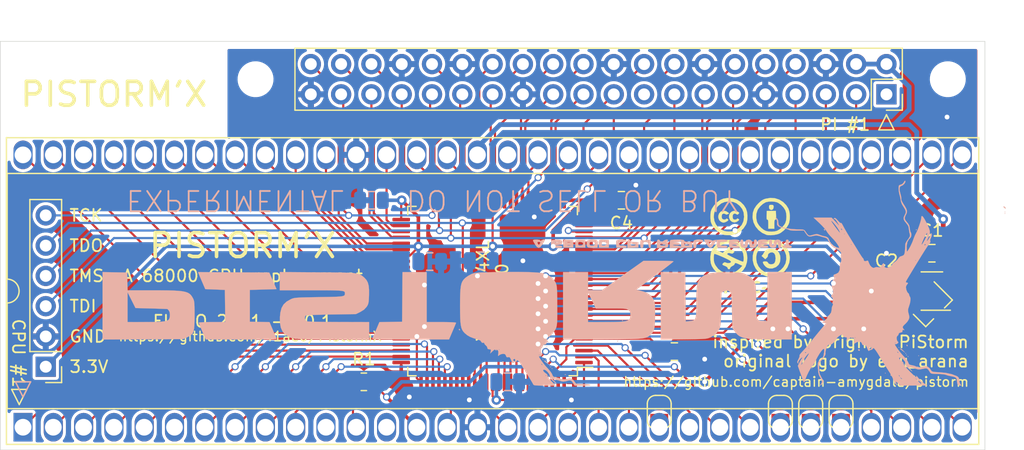
<source format=kicad_pcb>
(kicad_pcb (version 20211014) (generator pcbnew)
  (title_block (title "Pistorm'X") (date "2021-07-27") (rev "0.1") (company "FLACO") (comment 1 "Pistorm adapter board with Xilinx CPLD"))
  (layers (0 "F.Cu" signal) (31 "B.Cu" signal) (34 "B.Paste" user) (35 "F.Paste" user) (36 "B.SilkS" user "B.Silkscreen") (37 "F.SilkS" user "F.Silkscreen") (38 "B.Mask" user) (39 "F.Mask" user) (44 "Edge.Cuts" user))
  (net 0 "")
  (net 1 "GND")
  (net 2 "+5V")
  (net 3 "+3V3")
  (net 4 "/D5")
  (net 5 "/A4")
  (net 6 "/D6")
  (net 7 "/A3")
  (net 8 "/D7")
  (net 9 "/A2")
  (net 10 "/D8")
  (net 11 "/A1")
  (net 12 "/D9")
  (net 13 "/FC0")
  (net 14 "/D10")
  (net 15 "/FC1")
  (net 16 "/D11")
  (net 17 "/FC2")
  (net 18 "/D12")
  (net 19 "/_IPL0")
  (net 20 "/D13")
  (net 21 "/_IPL1")
  (net 22 "/D14")
  (net 23 "/_IPL2")
  (net 24 "/D15")
  (net 25 "/BERR")
  (net 26 "/_VPA")
  (net 27 "/A23")
  (net 28 "/E")
  (net 29 "/A22")
  (net 30 "/_VMA")
  (net 31 "/A21")
  (net 32 "/_RST")
  (net 33 "/_HALT")
  (net 34 "/A20")
  (net 35 "/A19")
  (net 36 "/CLK7")
  (net 37 "/A18")
  (net 38 "/A17")
  (net 40 "/A16")
  (net 41 "Net-(J1-Pad12)")
  (net 42 "/A15")
  (net 44 "/A14")
  (net 45 "/_DTACK")
  (net 46 "/A13")
  (net 47 "/RW")
  (net 48 "/A12")
  (net 49 "/_LDS")
  (net 50 "/A11")
  (net 51 "/_UDS")
  (net 52 "/A10")
  (net 53 "/_AS")
  (net 54 "/A9")
  (net 55 "/D0")
  (net 56 "/A8")
  (net 57 "/D1")
  (net 58 "/A7")
  (net 59 "/D2")
  (net 60 "/A6")
  (net 61 "/D3")
  (net 62 "/A5")
  (net 63 "/D4")
  (net 64 "/SD13")
  (net 65 "/SD12")
  (net 66 "/TCK")
  (net 67 "/SD8")
  (net 68 "/SD11")
  (net 69 "/SD5")
  (net 70 "/SD4")
  (net 71 "/PI_RD")
  (net 72 "/PI_RESET")
  (net 73 "/PI_IPL_0")
  (net 74 "/PI_TXN_IN_PROCESS")
  (net 75 "/PI_WR")
  (net 76 "/SD0")
  (net 77 "/SD3")
  (net 78 "/TDO")
  (net 79 "/SD1")
  (net 80 "/SD2")
  (net 81 "/TMS")
  (net 82 "Net-(J2-Pad1)")
  (net 83 "/SD15")
  (net 84 "/SD14")
  (net 85 "/TDI")
  (net 86 "/SD10")
  (net 87 "/SD9")
  (net 88 "/SD7")
  (net 89 "/SD6")
  (net 90 "/PI_CLK")
  (net 91 "/PI_A1")
  (net 92 "/PI_A0")
  (net 93 "/FC0-")
  (net 94 "/FC1-")
  (net 95 "/FC2-")
  (net 96 "/BERR-")
  (footprint "Capacitor_SMD:C_0805_2012Metric" (layer "F.Cu") (at 205.105 105.41)
    (fp_text reference "C4")
    (fp_text value "100n")
  )
  (footprint "Connector_PinSocket_2.54mm:PinSocket_2x20_P2.54mm_Vertical" (layer "F.Cu") (at 227.33 96.52 -90)
    (fp_text reference "J2" hide)
    (fp_text value "Raspberry_Pi_2_3")
  )
  (footprint "Connector_PinHeader_2.54mm:PinHeader_1x06_P2.54mm_Vertical" (layer "F.Cu") (at 156.845 119.38 180)
    (fp_text reference "J3" hide)
    (fp_text value "PROG")
  )
  (footprint "Resistor_SMD:R_0805_2012Metric" (layer "F.Cu") (at 183.515 120.65 180)
    (fp_text reference "R1")
    (fp_text value "10k")
  )
  (footprint "MountingHole:MountingHole_2.5mm" (layer "F.Cu") (at 174.4345 95.25)
    (fp_text reference "H2" hide)
    (fp_text value "MountingHole")
  )
  (footprint "MountingHole:MountingHole_2.5mm" (layer "F.Cu") (at 232.4735 95.25)
    (fp_text reference "H1" hide)
    (fp_text value "MountingHole")
  )
  (footprint "Package_QFP:TQFP-100_14x14mm_P0.5mm" (layer "F.Cu") (at 194.31 113.03 180)
    (fp_text reference "U1" hide)
    (fp_text value "XC95144XL-TQ100")
  )
  (footprint "Capacitor_SMD:C_0805_2012Metric" (layer "F.Cu") (at 231.14 109.855 180)
    (fp_text reference "C1")
    (fp_text value "10u")
  )
  (footprint "Sassa:DIP-64_W22.86mm_BigPads1.4" (layer "F.Cu") (at 154.94 124.46 90)
    (fp_text reference "J1" hide)
    (fp_text value "68000D socket")
  )
  (footprint "Package_TO_SOT_SMD:SOT-23-5" (layer "F.Cu") (at 231.14 113.03 180)
    (fp_text reference "U2" hide)
    (fp_text value "SPX3819M5-L-3-3")
  )
  (footprint "Capacitor_SMD:C_0805_2012Metric" (layer "F.Cu") (at 209.55 118.11)
    (fp_text reference "C3")
    (fp_text value "100n")
  )
  (footprint "Package_TO_SOT_SMD:SOT-23" (layer "F.Cu") (at 231.2035 114.3635 -45)
    (fp_text reference "U3" hide)
    (fp_text value "XC6206PxxxMR")
  )
  (footprint "Capacitor_SMD:C_0805_2012Metric" (layer "F.Cu") (at 227.33 113.03 90)
    (fp_text reference "C2")
    (fp_text value "10u")
  )
  (footprint "Jumper:SolderJumper-2_P1.3mm_Open_RoundedPad1.0x1.5mm" (layer "F.Cu") (at 223.52 123.19 -90)
    (fp_text reference "JP2" hide)
    (fp_text value "FC0")
  )
  (footprint "Jumper:SolderJumper-2_P1.3mm_Open_RoundedPad1.0x1.5mm" (layer "F.Cu") (at 220.98 123.19 -90)
    (fp_text reference "JP3" hide)
    (fp_text value "FC1")
  )
  (footprint "Jumper:SolderJumper-2_P1.3mm_Open_RoundedPad1.0x1.5mm" (layer "F.Cu") (at 218.44 123.19 -90)
    (fp_text reference "JP4" hide)
    (fp_text value "FC2")
  )
  (footprint "Jumper:SolderJumper-2_P1.3mm_Open_RoundedPad1.0x1.5mm" (layer "F.Cu") (at 208.28 123.19 -90)
    (fp_text reference "JP5" hide)
    (fp_text value "BERR")
  )
  (footprint "Sassa:CC_BY_NC_SA_square_silkscreen" (layer "F.Cu") (at 215.9 109.22)
    (fp_text reference "FID2" hide)
    (fp_text value "License" hide)
  )
  (footprint "Capacitor_SMD:C_0805_2012Metric" (layer "B.Cu") (at 184.15 105.41 180)
    (fp_text reference "C5" hide)
    (fp_text value "100n")
  )
  (footprint "Capacitor_SMD:C_0805_2012Metric" (layer "B.Cu") (at 193.3575 110.49 180)
    (fp_text reference "C7" hide)
    (fp_text value "100n")
  )
  (footprint "Capacitor_SMD:C_0805_2012Metric" (layer "B.Cu") (at 189.0395 110.5535)
    (fp_text reference "C8" hide)
    (fp_text value "100n")
  )
  (footprint "Capacitor_SMD:C_0805_2012Metric" (layer "B.Cu") (at 195.58 120.65)
    (fp_text reference "C6" hide)
    (fp_text value "100n")
  )
  (footprint "Sassa:PistormX" (layer "B.Cu") (at 194.945 111.76)
    (fp_text reference "FID1" hide)
    (fp_text value "Logo" hide)
  )
  (gr_line (start 154.305 120.65) (end 154.94 121.92) (layer "B.SilkS") (width 0.12))
  (gr_line (start 154.94 121.92) (end 155.575 120.65) (layer "B.SilkS") (width 0.12))
  (gr_line (start 155.575 120.65) (end 154.305 120.65) (layer "B.SilkS") (width 0.12))
  (gr_line (start 227.965 99.5045) (end 227.33 98.2345) (layer "F.SilkS") (width 0.12))
  (gr_line (start 155.2575 121.285) (end 153.9875 121.285) (layer "F.SilkS") (width 0.12))
  (gr_line (start 153.9875 121.285) (end 154.6225 122.555) (layer "F.SilkS") (width 0.12))
  (gr_line (start 226.695 99.5045) (end 227.965 99.5045) (layer "F.SilkS") (width 0.12))
  (gr_line (start 154.6225 122.555) (end 155.2575 121.285) (layer "F.SilkS") (width 0.12))
  (gr_line (start 227.33 98.2345) (end 226.695 99.5045) (layer "F.SilkS") (width 0.12))
  (gr_line (start 153.035 126.365) (end 235.585 126.365) (layer "Edge.Cuts") (width 0.05))
  (gr_line (start 235.585 126.365) (end 235.585 92.075) (layer "Edge.Cuts") (width 0.05))
  (gr_line (start 235.585 92.075) (end 153.035 92.075) (layer "Edge.Cuts") (width 0.05))
  (gr_line (start 153.035 92.075) (end 153.035 126.365) (layer "Edge.Cuts") (width 0.05))
  (gr_text "EXPERIMENTAL    DO NOT SELL OR BUY" (at 189.23 105.41 180) (layer "B.SilkS") (effects (font (size 1.7 1.7)) (justify mirror)))
  (gr_text "inspired by original PiStorm\noriginal logo by edu_arana" (at 234.315 118.11) (layer "F.SilkS") (effects (font (size 1 1)) (justify right)))
  (gr_text "CPU #1" (at 154.559 121.2215 -90) (layer "F.SilkS") (effects (font (size 1 1)) (justify right)))
  (gr_text "PI #1" (at 226.06 99.06) (layer "F.SilkS") (effects (font (size 1 1)) (justify right)))
  (gr_text "https://github.com/f1ac0/PistormX" (at 173.99 116.84) (layer "F.SilkS") (effects (font (size 0.8 0.8) (thickness 0.12))))
  (gr_text "https://github.com/captain-amygdala/pistorm" (at 234.315 120.65) (layer "F.SilkS") (effects (font (size 0.8 0.8) (thickness 0.12)) (justify right)))
  (gr_text "TCK" (at 158.75 106.68) (layer "F.SilkS") (effects (font (size 1 1)) (justify left)))
  (gr_text "TDO" (at 158.75 109.22) (layer "F.SilkS") (effects (font (size 1 1)) (justify left)))
  (gr_text "XC95144XL\nTQ100" (at 194.31 113.03 90) (layer "F.SilkS") (effects (font (size 1 1))))
  (gr_text "TDI" (at 158.75 114.3) (layer "F.SilkS") (effects (font (size 1 1)) (justify left)))
  (gr_text "3.3V" (at 158.75 119.38) (layer "F.SilkS") (effects (font (size 1 1)) (justify left)))
  (gr_text "FLACO 2021 - v0.1" (at 180.975 115.57) (layer "F.SilkS") (effects (font (size 1 1)) (justify right)))
  (gr_text "PISTORM'X" (at 162.56 96.52) (layer "F.SilkS") (effects (font (size 2 2) (thickness 0.3))))
  (gr_text "TMS" (at 158.75 111.76) (layer "F.SilkS") (effects (font (size 1 1)) (justify left)))
  (gr_text "GND" (at 158.75 116.84) (layer "F.SilkS") (effects (font (size 1 1)) (justify left)))
  (gr_text "PISTORM'X" (at 173.355 109.22) (layer "F.SilkS") (effects (font (size 2 2) (thickness 0.3))))
  (gr_text "A 68000 CPU replacement" (at 173.355 111.76) (layer "F.SilkS") (effects (font (size 1 1))))
  (segment (start 230.19 109.855) (end 231.168145 110.833145) (width 0.4) (layer "F.Cu") (net 1))
  (segment (start 231.168145 110.833145) (end 231.168145 112.984642) (width 0.4) (layer "F.Cu") (net 1))
  (segment (start 231.213503 113.03) (end 231.168145 112.984642) (width 0.4) (layer "F.Cu") (net 1))
  (segment (start 232.24 113.03) (end 231.213503 113.03) (width 0.4) (layer "F.Cu") (net 1))
  (segment (start 206.055 104.405) (end 206.32 104.14) (width 0.18) (layer "F.Cu") (net 1))
  (segment (start 188.5795 116.03) (end 188.595 116.0145) (width 0.18) (layer "F.Cu") (net 1))
  (segment (start 201.9725 109.03) (end 200.85 109.03) (width 0.18) (layer "F.Cu") (net 1))
  (segment (start 192.31 120.6925) (end 192.31 122.119192) (width 0.18) (layer "F.Cu") (net 1))
  (segment (start 210.5 118.11) (end 211.455 118.11) (width 0.3) (layer "F.Cu") (net 1))
  (segment (start 200.66 121.92) (end 200.914 122.174) (width 0.18) (layer "F.Cu") (net 1))
  (segment (start 192.078102 106.39501) (end 193.04 107.356908) (width 0.18) (layer "F.Cu") (net 1))
  (segment (start 206.055 105.41) (end 206.055 104.405) (width 0.18) (layer "F.Cu") (net 1))
  (segment (start 191.583806 106.39501) (end 192.078102 106.39501) (width 0.18) (layer "F.Cu") (net 1))
  (segment (start 197.81 106.799502) (end 197.8025 106.807002) (width 0.18) (layer "F.Cu") (net 1))
  (segment (start 193.04 107.356908) (end 193.04 111.76) (width 0.18) (layer "F.Cu") (net 1))
  (segment (start 199.39 110.49) (end 196.85 110.49) (width 0.18) (layer "F.Cu") (net 1))
  (segment (start 186.6475 116.03) (end 188.5795 116.03) (width 0.18) (layer "F.Cu") (net 1))
  (segment (start 200.31 120.6925) (end 200.31 121.57) (width 0.18) (layer "F.Cu") (net 1))
  (segment (start 200.31 121.57) (end 200.66 121.92) (width 0.18) (layer "F.Cu") (net 1))
  (segment (start 200.85 109.03) (end 199.39 110.49) (width 0.18) (layer "F.Cu") (net 1))
  (segment (start 191.31 105.3675) (end 191.31 106.121204) (width 0.18) (layer "F.Cu") (net 1))
  (segment (start 186.6475 119.03) (end 186.6475 121.242504) (width 0.18) (layer "F.Cu") (net 1))
  (segment (start 186.6475 112.53) (end 188.586998 112.53) (width 0.18) (layer "F.Cu") (net 1))
  (segment (start 188.586998 112.53) (end 188.594998 112.522) (width 0.18) (layer "F.Cu") (net 1))
  (segment (start 197.81 105.3675) (end 197.81 106.799502) (width 0.18) (layer "F.Cu") (net 1))
  (segment (start 192.31 122.119192) (end 192.357404 122.166596) (width 0.18) (layer "F.Cu") (net 1))
  (segment (start 211.455 118.11) (end 212.09 118.745) (width 0.3) (layer "F.Cu") (net 1))
  (segment (start 186.6475 121.242504) (end 187.324996 121.92) (width 0.18) (layer "F.Cu") (net 1))
  (segment (start 191.31 106.121204) (end 191.583806 106.39501) (width 0.18) (layer "F.Cu") (net 1))
  (via (at 227.33 109.855) (size 0.8) (drill 0.4) (layers "F.Cu" "B.Cu") (net 1))
  (via (at 193.04 111.76) (size 0.8) (drill 0.4) (layers "F.Cu" "B.Cu") (net 1))
  (via (at 206.32 104.14) (size 0.8) (drill 0.4) (layers "F.Cu" "B.Cu") (net 1))
  (via (at 197.8025 106.807002) (size 0.8) (drill 0.4) (layers "F.Cu" "B.Cu") (net 1))
  (via (at 188.594998 112.522) (size 0.8) (drill 0.4) (layers "F.Cu" "B.Cu") (net 1))
  (via (at 192.357404 122.166596) (size 0.8) (drill 0.4) (layers "F.Cu" "B.Cu") (net 1))
  (via (at 200.914 122.174) (size 0.8) (drill 0.4) (layers "F.Cu" "B.Cu") (net 1))
  (via (at 196.85 110.49) (size 0.8) (drill 0.4) (layers "F.Cu" "B.Cu") (net 1))
  (via (at 188.595 116.0145) (size 0.8) (drill 0.4) (layers "F.Cu" "B.Cu") (net 1))
  (via (at 187.324996 121.92) (size 0.8) (drill 0.4) (layers "F.Cu" "B.Cu") (net 1))
  (via (at 232.41 98.425) (size 0.8) (drill 0.4) (layers "F.Cu" "B.Cu") (net 1))
  (via (at 212.09 118.745) (size 0.8) (drill 0.4) (layers "F.Cu" "B.Cu") (net 1))
  (segment (start 233.170001 112.384999) (end 233.170001 113.539999) (width 0.4) (layer "F.Cu") (net 2))
  (segment (start 232.24 112.08) (end 232.24 110.005) (width 0.4) (layer "F.Cu") (net 2))
  (segment (start 233.170001 113.539999) (end 232.73 113.98) (width 0.4) (layer "F.Cu") (net 2))
  (segment (start 232.24 112.08) (end 232.865002 112.08) (width 0.4) (layer "F.Cu") (net 2))
  (segment (start 232.24 113.98) (end 232.24 114.741214) (width 0.4) (layer "F.Cu") (net 2))
  (segment (start 232.24 110.005) (end 232.09 109.855) (width 0.4) (layer "F.Cu") (net 2))
  (segment (start 232.73 113.98) (end 232.24 113.98) (width 0.4) (layer "F.Cu") (net 2))
  (segment (start 232.24 114.741214) (end 231.910607 115.070607) (width 0.4) (layer "F.Cu") (net 2))
  (segment (start 232.865002 112.08) (end 233.170001 112.384999) (width 0.4) (layer "F.Cu") (net 2))
  (segment (start 187.96 124.46) (end 185.42 121.92) (width 0.3) (layer "F.Cu") (net 2))
  (segment (start 231.627764 115.35345) (end 217.38655 115.35345) (width 0.3) (layer "F.Cu") (net 2))
  (segment (start 232.09 109.855) (end 232.09 106.99501) (width 0.4) (layer "F.Cu") (net 2))
  (segment (start 184.4275 120.65) (end 184.4275 120.927494) (width 0.18) (layer "F.Cu") (net 2))
  (segment (start 217.38655 115.35345) (end 212.09 120.65) (width 0.3) (layer "F.Cu") (net 2))
  (segment (start 232.09 106.99501) (end 232.090005 106.995005) (width 0.3) (layer "F.Cu") (net 2))
  (segment (start 184.4275 120.927494) (end 185.42 121.919994) (width 0.18) (layer "F.Cu") (net 2))
  (segment (start 231.910607 115.070607) (end 231.627764 115.35345) (width 0.3) (layer "F.Cu") (net 2))
  (segment (start 185.42 121.92) (end 185.42 121.919994) (width 0.3) (layer "F.Cu") (net 2))
  (via (at 185.42 121.919994) (size 0.6) (drill 0.4) (layers "F.Cu" "B.Cu") (net 2))
  (via (at 212.09 120.65) (size 0.8) (drill 0.4) (layers "F.Cu" "B.Cu") (net 2))
  (via (at 232.090005 106.995005) (size 0.8) (drill 0.4) (layers "F.Cu" "B.Cu") (net 2))
  (segment (start 193.04 101.6) (end 193.04 100.965) (width 0.4) (layer "B.Cu") (net 2))
  (segment (start 193.04 100.965) (end 194.945 99.06) (width 0.4) (layer "B.Cu") (net 2))
  (segment (start 185.42 121.919994) (end 186.689994 120.65) (width 0.3) (layer "B.Cu") (net 2))
  (segment (start 227.965 99.06) (end 229.235 97.79) (width 0.4) (layer "B.Cu") (net 2))
  (segment (start 229.87 99.695) (end 229.87 104.775) (width 0.4) (layer "B.Cu") (net 2))
  (segment (start 193.683227 119.38) (end 197.485 119.38) (width 0.3) (layer "B.Cu") (net 2))
  (segment (start 197.485 119.38) (end 198.755 120.65) (width 0.3) (layer "B.Cu") (net 2))
  (segment (start 229.87 104.775) (end 232.090005 106.995005) (width 0.4) (layer "B.Cu") (net 2))
  (segment (start 194.945 99.06) (end 229.235 99.06) (width 0.4) (layer "B.Cu") (net 2))
  (segment (start 192.413227 120.65) (end 193.683227 119.38) (width 0.3) (layer "B.Cu") (net 2))
  (segment (start 198.755 120.65) (end 212.09 120.65) (width 0.3) (layer "B.Cu") (net 2))
  (segment (start 229.235 99.06) (end 229.87 99.695) (width 0.4) (layer "B.Cu") (net 2))
  (segment (start 229.235 95.885) (end 227.33 93.98) (width 0.4) (layer "B.Cu") (net 2))
  (segment (start 224.79 93.98) (end 227.33 93.98) (width 0.4) (layer "B.Cu") (net 2))
  (segment (start 186.689994 120.65) (end 192.413227 120.65) (width 0.3) (layer "B.Cu") (net 2))
  (segment (start 229.235 97.79) (end 229.235 95.885) (width 0.4) (layer "B.Cu") (net 2))
  (segment (start 230.04 114.112787) (end 229.824642 114.328145) (width 0.4) (layer "F.Cu") (net 3))
  (segment (start 226.06 113.03) (end 227.01 113.98) (width 0.3) (layer "F.Cu") (net 3))
  (segment (start 230.04 113.98) (end 227.33 113.98) (width 0.4) (layer "F.Cu") (net 3))
  (segment (start 227.01 113.98) (end 227.33 113.98) (width 0.3) (layer "F.Cu") (net 3))
  (segment (start 230.04 113.98) (end 230.04 114.112787) (width 0.4) (layer "F.Cu") (net 3))
  (segment (start 207.2 117.03) (end 201.9725 117.03) (width 0.18) (layer "F.Cu") (net 3))
  (segment (start 217.49 113.98) (end 227.33 113.98) (width 0.3) (layer "F.Cu") (net 3))
  (segment (start 194.31 120.6925) (end 194.31 121.8565) (width 0.18) (layer "F.Cu") (net 3))
  (segment (start 200.31 107.03) (end 199.39 107.95) (width 0.3) (layer "F.Cu") (net 3))
  (segment (start 208.6 118.11) (end 209.68 117.03) (width 0.3) (layer "F.Cu") (net 3))
  (segment (start 188.087 106.806992) (end 186.690008 105.41) (width 0.3) (layer "F.Cu") (net 3))
  (segment (start 194.31 105.3675) (end 194.31 109.275) (width 0.18) (layer "F.Cu") (net 3))
  (segment (start 201.93 105.41) (end 204.155 105.41) (width 0.3) (layer "F.Cu") (net 3))
  (segment (start 194.31 121.8565) (end 194.627502 122.174002) (width 0.18) (layer "F.Cu") (net 3))
  (segment (start 186.6475 107.03) (end 186.6475 105.452508) (width 0.18) (layer "F.Cu") (net 3))
  (segment (start 188.087 109.344204) (end 188.087 106.806992) (width 0.3) (layer "F.Cu") (net 3))
  (segment (start 201.93 105.41) (end 200.3525 105.41) (width 0.3) (layer "F.Cu") (net 3))
  (segment (start 187.401204 110.03) (end 188.087 109.344204) (width 0.18) (layer "F.Cu") (net 3))
  (segment (start 199.31 120.6925) (end 199.31 119.938796) (width 0.18) (layer "F.Cu") (net 3))
  (segment (start 198.582202 122.174002) (end 199.31 121.446204) (width 0.18) (layer "F.Cu") (net 3))
  (segment (start 200.492602 118.756194) (end 200.492602 117.734983) (width 0.18) (layer "F.Cu") (net 3))
  (segment (start 201.197585 117.03) (end 201.9725 117.03) (width 0.18) (layer "F.Cu") (net 3))
  (segment (start 199.31 119.938796) (end 200.492602 118.756194) (width 0.18) (layer "F.Cu") (net 3))
  (segment (start 208.6 118.11) (end 207.52 117.03) (width 0.18) (layer "F.Cu") (net 3))
  (segment (start 214.44 117.03) (end 217.49 113.98) (width 0.3) (layer "F.Cu") (net 3))
  (segment (start 209.68 117.03) (end 214.44 117.03) (width 0.3) (layer "F.Cu") (net 3))
  (segment (start 199.31 121.446204) (end 199.31 120.6925) (width 0.18) (layer "F.Cu") (net 3))
  (segment (start 199.39 107.95) (end 199.39 109.275) (width 0.3) (layer "F.Cu") (net 3))
  (segment (start 186.6475 105.452508) (end 186.690008 105.41) (width 0.18) (layer "F.Cu") (net 3))
  (segment (start 200.31 107.03) (end 201.93 105.41) (width 0.3) (layer "F.Cu") (net 3))
  (segment (start 207.52 117.03) (end 207.2 117.03) (width 0.18) (layer "F.Cu") (net 3))
  (segment (start 200.492602 117.734983) (end 201.197585 117.03) (width 0.18) (layer "F.Cu") (net 3))
  (segment (start 186.6475 110.03) (end 187.401204 110.03) (width 0.18) (layer "F.Cu") (net 3))
  (segment (start 194.627502 122.174002) (end 198.582202 122.174002) (width 0.18) (layer "F.Cu") (net 3))
  (segment (start 200.3525 105.41) (end 200.31 105.3675) (width 0.3) (layer "F.Cu") (net 3))
  (via (at 226.06 113.03) (size 0.8) (drill 0.4) (layers "F.Cu" "B.Cu") (net 3))
  (via (at 199.39 109.275) (size 0.8) (drill 0.4) (layers "F.Cu" "B.Cu") (net 3))
  (via (at 186.690008 105.41) (size 0.8) (drill 0.4) (layers "F.Cu" "B.Cu") (net 3))
  (via (at 194.6275 122.174) (size 0.8) (drill 0.4) (layers "F.Cu" "B.Cu") (net 3))
  (via (at 194.31 109.275) (size 0.8) (drill 0.4) (layers "F.Cu" "B.Cu") (net 3))
  (via (at 188.087 109.2835) (size 0.8) (drill 0.4) (layers "F.Cu" "B.Cu") (net 3))
  (segment (start 226.06 113.03) (end 226.06 113.03) (width 0.18) (layer "B.Cu") (net 3))
  (segment (start 222.305 109.275) (end 226.06 113.03) (width 0.3) (layer "B.Cu") (net 3))
  (segment (start 194.3075 110.49) (end 194.3075 109.2775) (width 0.3) (layer "B.Cu") (net 3))
  (segment (start 194.63 120.65) (end 194.63 122.1715) (width 0.3) (layer "B.Cu") (net 3))
  (segment (start 188.0955 109.275) (end 188.087 109.2835) (width 0.18) (layer "B.Cu") (net 3))
  (segment (start 194.365 109.275) (end 199.39 109.275) (width 0.3) (layer "B.Cu") (net 3))
  (segment (start 199.39 109.275) (end 222.305 109.275) (width 0.3) (layer "B.Cu") (net 3))
  (segment (start 185.1 105.41) (end 186.690008 105.41) (width 0.3) (layer "B.Cu") (net 3))
  (segment (start 194.365 109.275) (end 188.0955 109.275) (width 0.3) (layer "B.Cu") (net 3))
  (segment (start 194.3735 110.49) (end 194.365 110.4815) (width 0.3) (layer "B.Cu") (net 3))
  (segment (start 194.63 122.1715) (end 194.6275 122.174) (width 0.3) (layer "B.Cu") (net 3))
  (segment (start 188.087 110.551) (end 188.0895 110.5535) (width 0.3) (layer "B.Cu") (net 3))
  (segment (start 194.3075 109.2775) (end 194.31 109.275) (width 0.3) (layer "B.Cu") (net 3))
  (segment (start 166.9415 109.2835) (end 156.845 119.38) (width 0.3) (layer "B.Cu") (net 3))
  (segment (start 188.087 109.2835) (end 188.087 110.551) (width 0.3) (layer "B.Cu") (net 3))
  (segment (start 188.087 109.2835) (end 166.9415 109.2835) (width 0.3) (layer "B.Cu") (net 3))
  (segment (start 168.87 115.53) (end 154.94 101.6) (width 0.18) (layer "F.Cu") (net 4))
  (segment (start 186.6475 115.53) (end 168.87 115.53) (width 0.18) (layer "F.Cu") (net 4))
  (segment (start 193.81 120.6925) (end 193.81 116.705) (width 0.18) (layer "F.Cu") (net 5))
  (segment (start 233.68 124.46) (end 225.425 116.205) (width 0.18) (layer "F.Cu") (net 5))
  (segment (start 197.485 113.03) (end 198.755 113.03) (width 0.18) (layer "F.Cu") (net 5))
  (segment (start 193.81 116.705) (end 197.485 113.03) (width 0.18) (layer "F.Cu") (net 5))
  (via (at 225.425 116.205) (size 0.6) (drill 0.4) (layers "F.Cu" "B.Cu") (net 5))
  (via (at 198.755 113.03) (size 0.6) (drill 0.4) (layers "F.Cu" "B.Cu") (net 5))
  (segment (start 198.755 113.03) (end 222.25 113.03) (width 0.18) (layer "B.Cu") (net 5))
  (segment (start 222.25 113.03) (end 225.425 116.205) (width 0.18) (layer "B.Cu") (net 5))
  (segment (start 186.6475 115.03) (end 170.91 115.03) (width 0.18) (layer "F.Cu") (net 6))
  (segment (start 170.91 115.03) (end 157.48 101.6) (width 0.18) (layer "F.Cu") (net 6))
  (segment (start 194.81 116.34) (end 197.485 113.665) (width 0.18) (layer "F.Cu") (net 7))
  (segment (start 194.81 120.6925) (end 194.81 116.34) (width 0.18) (layer "F.Cu") (net 7))
  (segment (start 197.485 113.665) (end 198.12 113.665) (width 0.18) (layer "F.Cu") (net 7))
  (segment (start 231.14 124.46) (end 222.885 116.205) (width 0.18) (layer "F.Cu") (net 7))
  (via (at 222.885 116.205) (size 0.6) (drill 0.4) (layers "F.Cu" "B.Cu") (net 7))
  (via (at 198.12 113.665) (size 0.6) (drill 0.4) (layers "F.Cu" "B.Cu") (net 7))
  (segment (start 220.345 113.665) (end 222.885 116.205) (width 0.18) (layer "B.Cu") (net 7))
  (segment (start 198.12 113.665) (end 220.345 113.665) (width 0.18) (layer "B.Cu") (net 7))
  (segment (start 186.6475 114.53) (end 172.95 114.53) (width 0.18) (layer "F.Cu") (net 8))
  (segment (start 172.95 114.53) (end 160.02 101.6) (width 0.18) (layer "F.Cu") (net 8))
  (segment (start 195.31 120.6925) (end 195.31 116.756395) (width 0.18) (layer "F.Cu") (net 9))
  (segment (start 195.31 116.756395) (end 197.766395 114.3) (width 0.18) (layer "F.Cu") (net 9))
  (segment (start 197.766395 114.3) (end 198.755 114.3) (width 0.18) (layer "F.Cu") (net 9))
  (segment (start 228.6 124.46) (end 220.345 116.205) (width 0.18) (layer "F.Cu") (net 9))
  (via (at 198.755 114.3) (size 0.6) (drill 0.4) (layers "F.Cu" "B.Cu") (net 9))
  (via (at 220.345 116.205) (size 0.6) (drill 0.4) (layers "F.Cu" "B.Cu") (net 9))
  (segment (start 218.44 114.3) (end 220.345 116.205) (width 0.18) (layer "B.Cu") (net 9))
  (segment (start 198.755 114.3) (end 218.44 114.3) (width 0.18) (layer "B.Cu") (net 9))
  (segment (start 174.99 114.03) (end 162.56 101.6) (width 0.18) (layer "F.Cu") (net 10))
  (segment (start 186.6475 114.03) (end 174.99 114.03) (width 0.18) (layer "F.Cu") (net 10))
  (segment (start 195.81 116.820736) (end 197.695736 114.935) (width 0.18) (layer "F.Cu") (net 11))
  (segment (start 219.185 116.205) (end 219.075 116.205) (width 0.18) (layer "F.Cu") (net 11))
  (segment (start 226.06 124.46) (end 226.06 123.08) (width 0.18) (layer "F.Cu") (net 11))
  (segment (start 195.81 120.6925) (end 195.81 116.820736) (width 0.18) (layer "F.Cu") (net 11))
  (segment (start 226.06 123.08) (end 219.185 116.205) (width 0.18) (layer "F.Cu") (net 11))
  (segment (start 197.695736 114.935) (end 198.12 114.935) (width 0.18) (layer "F.Cu") (net 11))
  (via (at 219.075 116.205) (size 0.6) (drill 0.4) (layers "F.Cu" "B.Cu") (net 11))
  (via (at 198.12 114.935) (size 0.6) (drill 0.4) (layers "F.Cu" "B.Cu") (net 11))
  (segment (start 217.805 114.935) (end 219.075 116.205) (width 0.18) (layer "B.Cu") (net 11))
  (segment (start 198.12 114.935) (end 217.805 114.935) (width 0.18) (layer "B.Cu") (net 11))
  (segment (start 186.6475 113.53) (end 177.03 113.53) (width 0.18) (layer "F.Cu") (net 12))
  (segment (start 177.03 113.53) (end 165.1 101.6) (width 0.18) (layer "F.Cu") (net 12))
  (segment (start 179.07 113.03) (end 167.64 101.6) (width 0.18) (layer "F.Cu") (net 14))
  (segment (start 186.6475 113.03) (end 179.07 113.03) (width 0.18) (layer "F.Cu") (net 14))
  (segment (start 186.6475 112.03) (end 180.61 112.03) (width 0.18) (layer "F.Cu") (net 16))
  (segment (start 180.61 112.03) (end 170.18 101.6) (width 0.18) (layer "F.Cu") (net 16))
  (segment (start 186.6475 111.53) (end 182.65 111.53) (width 0.18) (layer "F.Cu") (net 18))
  (segment (start 182.65 111.53) (end 172.72 101.6) (width 0.18) (layer "F.Cu") (net 18))
  (segment (start 212.725 122.555) (end 209.55 119.38) (width 0.18) (layer "F.Cu") (net 19))
  (segment (start 215.9 124.46) (end 213.995 122.555) (width 0.18) (layer "F.Cu") (net 19))
  (segment (start 198.81 119.325) (end 199.39 118.745) (width 0.18) (layer "F.Cu") (net 19))
  (segment (start 198.81 120.6925) (end 198.81 119.325) (width 0.18) (layer "F.Cu") (net 19))
  (segment (start 213.995 122.555) (end 212.725 122.555) (width 0.18) (layer "F.Cu") (net 19))
  (via (at 209.55 119.38) (size 0.6) (drill 0.4) (layers "F.Cu" "B.Cu") (net 19))
  (via (at 199.39 118.745) (size 0.6) (drill 0.4) (layers "F.Cu" "B.Cu") (net 19))
  (segment (start 199.39 118.745) (end 200.025 119.38) (width 0.18) (layer "B.Cu") (net 19))
  (segment (start 200.025 119.38) (end 209.55 119.38) (width 0.18) (layer "B.Cu") (net 19))
  (segment (start 175.26 102.065994) (end 175.26 101.6) (width 0.18) (layer "F.Cu") (net 20))
  (segment (start 184.224006 111.03) (end 175.26 102.065994) (width 0.18) (layer "F.Cu") (net 20))
  (segment (start 186.6475 111.03) (end 184.224006 111.03) (width 0.18) (layer "F.Cu") (net 20))
  (segment (start 198.31 118.555) (end 198.755 118.11) (width 0.18) (layer "F.Cu") (net 21))
  (segment (start 213.128058 124.46) (end 207.095558 118.4275) (width 0.18) (layer "F.Cu") (net 21))
  (segment (start 213.36 124.46) (end 213.128058 124.46) (width 0.18) (layer "F.Cu") (net 21))
  (segment (start 198.31 120.6925) (end 198.31 118.555) (width 0.18) (layer "F.Cu") (net 21))
  (via (at 207.095558 118.4275) (size 0.6) (drill 0.4) (layers "F.Cu" "B.Cu") (net 21))
  (via (at 198.755 118.11) (size 0.6) (drill 0.4) (layers "F.Cu" "B.Cu") (net 21))
  (segment (start 199.916104 118.4275) (end 207.095558 118.4275) (width 0.18) (layer "B.Cu") (net 21))
  (segment (start 198.755 118.11) (end 199.598604 118.11) (width 0.18) (layer "B.Cu") (net 21))
  (segment (start 199.598604 118.11) (end 199.916104 118.4275) (width 0.18) (layer "B.Cu") (net 21))
  (segment (start 177.8 104.096863) (end 177.8 101.6) (width 0.18) (layer "F.Cu") (net 22))
  (segment (start 184.233137 110.53) (end 177.8 104.096863) (width 0.18) (layer "F.Cu") (net 22))
  (segment (start 186.6475 110.53) (end 184.233137 110.53) (width 0.18) (layer "F.Cu") (net 22))
  (segment (start 197.81 117.785) (end 198.12 117.475) (width 0.18) (layer "F.Cu") (net 23))
  (segment (start 205.722499 118.092499) (end 205.4225 117.7925) (width 0.18) (layer "F.Cu") (net 23))
  (segment (start 197.81 120.6925) (end 197.81 117.785) (width 0.18) (layer "F.Cu") (net 23))
  (segment (start 210.82 123.19) (end 205.722499 118.092499) (width 0.18) (layer "F.Cu") (net 23))
  (segment (start 210.82 124.46) (end 210.82 123.19) (width 0.18) (layer "F.Cu") (net 23))
  (via (at 198.12 117.475) (size 0.6) (drill 0.4) (layers "F.Cu" "B.Cu") (net 23))
  (via (at 205.4225 117.7925) (size 0.6) (drill 0.4) (layers "F.Cu" "B.Cu") (net 23))
  (segment (start 205.105 117.475) (end 205.4225 117.7925) (width 0.18) (layer "B.Cu") (net 23))
  (segment (start 198.12 117.475) (end 205.105 117.475) (width 0.18) (layer "B.Cu") (net 23))
  (segment (start 183.742268 109.53) (end 180.34 106.127732) (width 0.18) (layer "F.Cu") (net 24))
  (segment (start 180.34 106.127732) (end 180.34 101.6) (width 0.18) (layer "F.Cu") (net 24))
  (segment (start 186.6475 109.53) (end 183.742268 109.53) (width 0.18) (layer "F.Cu") (net 24))
  (segment (start 203.12 118.03) (end 205.74 120.65) (width 0.18) (layer "F.Cu") (net 26))
  (segment (start 205.74 120.65) (end 205.74 124.46) (width 0.18) (layer "F.Cu") (net 26))
  (segment (start 201.9725 118.03) (end 203.12 118.03) (width 0.18) (layer "F.Cu") (net 26))
  (segment (start 185.42 101.6) (end 185.42 107.056204) (width 0.18) (layer "F.Cu") (net 27))
  (segment (start 185.893796 107.53) (end 186.6475 107.53) (width 0.18) (layer "F.Cu") (net 27))
  (segment (start 185.42 107.056204) (end 185.893796 107.53) (width 0.18) (layer "F.Cu") (net 27))
  (segment (start 203.2 118.88854) (end 203.2 124.46) (width 0.18) (layer "F.Cu") (net 28))
  (segment (start 201.9725 118.53) (end 202.84146 118.53) (width 0.18) (layer "F.Cu") (net 28))
  (segment (start 202.84146 118.53) (end 203.2 118.88854) (width 0.18) (layer "F.Cu") (net 28))
  (segment (start 187.96 102.29208) (end 187.96 101.6) (width 0.18) (layer "F.Cu") (net 29))
  (segment (start 190.31 105.3675) (end 190.31 104.64208) (width 0.18) (layer "F.Cu") (net 29))
  (segment (start 190.31 104.64208) (end 187.96 102.29208) (width 0.18) (layer "F.Cu") (net 29))
  (segment (start 201.9725 119.03) (end 201.9725 122.5125) (width 0.18) (layer "F.Cu") (net 30))
  (segment (start 201.9725 122.5125) (end 200.66 123.825) (width 0.18) (layer "F.Cu") (net 30))
  (segment (start 200.66 123.825) (end 200.66 124.46) (width 0.18) (layer "F.Cu") (net 30))
  (segment (start 192.81 104.32977) (end 192.81 105.3675) (width 0.18) (layer "F.Cu") (net 31))
  (segment (start 190.5 101.6) (end 190.5 102.01977) (width 0.18) (layer "F.Cu") (net 31))
  (segment (start 190.5 102.01977) (end 192.81 104.32977) (width 0.18) (layer "F.Cu") (net 31))
  (segment (start 198.12 124.1425) (end 198.12 124.46) (width 0.18) (layer "F.Cu") (net 32))
  (segment (start 199.81 120.6925) (end 199.81 122.4525) (width 0.18) (layer "F.Cu") (net 32))
  (segment (start 199.81 122.4525) (end 198.12 124.1425) (width 0.18) (layer "F.Cu") (net 32))
  (segment (start 192.0875 122.8725) (end 193.9925 122.8725) (width 0.18) (layer "F.Cu") (net 33))
  (segment (start 191.31 122.095) (end 192.0875 122.8725) (width 0.18) (layer "F.Cu") (net 33))
  (segment (start 193.9925 122.8725) (end 195.58 124.46) (width 0.18) (layer "F.Cu") (net 33))
  (segment (start 191.31 120.6925) (end 191.31 122.095) (width 0.18) (layer "F.Cu") (net 33))
  (segment (start 195.81 101.83) (end 195.58 101.6) (width 0.18) (layer "F.Cu") (net 34))
  (segment (start 195.81 105.3675) (end 195.81 101.83) (width 0.18) (layer "F.Cu") (net 34))
  (segment (start 198.12 102.235) (end 198.12 101.6) (width 0.18) (layer "F.Cu") (net 35))
  (segment (start 197.31 103.045) (end 198.12 102.235) (width 0.18) (layer "F.Cu") (net 35))
  (segment (start 197.31 105.3675) (end 197.31 103.045) (width 0.18) (layer "F.Cu") (net 35))
  (segment (start 190.81 124.15) (end 190.5 124.46) (width 0.18) (layer "F.Cu") (net 36))
  (segment (start 190.81 120.6925) (end 190.81 124.15) (width 0.18) (layer "F.Cu") (net 36))
  (segment (start 198.81 104.217964) (end 200.66 102.367964) (width 0.18) (layer "F.Cu") (net 37))
  (segment (start 198.81 105.3675) (end 198.81 104.217964) (width 0.18) (layer "F.Cu") (net 37))
  (segment (start 200.66 102.367964) (end 200.66 101.6) (width 0.18) (layer "F.Cu") (net 37))
  (segment (start 203.2 102.235) (end 203.2 101.6) (width 0.18) (layer "F.Cu") (net 38))
  (segment (start 199.81 105.3675) (end 199.81 104.613796) (width 0.18) (layer "F.Cu") (net 38))
  (segment (start 201.295 104.14) (end 203.2 102.235) (width 0.18) (layer "F.Cu") (net 38))
  (segment (start 200.283796 104.14) (end 201.295 104.14) (width 0.18) (layer "F.Cu") (net 38))
  (segment (start 199.81 104.613796) (end 200.283796 104.14) (width 0.18) (layer "F.Cu") (net 38))
  (segment (start 205.74 103.505) (end 205.74 101.6) (width 0.18) (layer "F.Cu") (net 40))
  (segment (start 204.12 107.03) (end 205.105 106.045) (width 0.18) (layer "F.Cu") (net 40))
  (segment (start 205.105 106.045) (end 205.105 104.14) (width 0.18) (layer "F.Cu") (net 40))
  (segment (start 201.9725 107.03) (end 204.12 107.03) (width 0.18) (layer "F.Cu") (net 40))
  (segment (start 205.105 104.14) (end 205.74 103.505) (width 0.18) (layer "F.Cu") (net 40))
  (segment (start 182.6025 124.1825) (end 182.88 124.46) (width 0.18) (layer "F.Cu") (net 41))
  (segment (start 182.6025 120.65) (end 182.6025 124.1825) (width 0.18) (layer "F.Cu") (net 41))
  (segment (start 208.28 105.284132) (end 208.28 101.6) (width 0.18) (layer "F.Cu") (net 42))
  (segment (start 205.034132 108.53) (end 208.28 105.284132) (width 0.18) (layer "F.Cu") (net 42))
  (segment (start 201.9725 108.53) (end 205.034132 108.53) (width 0.18) (layer "F.Cu") (net 42))
  (segment (start 210.82 102.98) (end 210.82 101.6) (width 0.18) (layer "F.Cu") (net 44))
  (segment (start 201.9725 110.03) (end 204.552396 110.03) (width 0.18) (layer "F.Cu") (net 44))
  (segment (start 204.552396 110.03) (end 210.82 103.762396) (width 0.18) (layer "F.Cu") (net 44))
  (segment (start 210.82 103.762396) (end 210.82 102.98) (width 0.18) (layer "F.Cu") (net 44))
  (segment (start 181.61 119.38) (end 177.8 123.19) (width 0.18) (layer "F.Cu") (net 45))
  (segment (start 190.31 120.6925) (end 190.31 119.57) (width 0.18) (layer "F.Cu") (net 45))
  (segment (start 177.8 123.19) (end 177.8 124.46) (width 0.18) (layer "F.Cu") (net 45))
  (segment (start 190.31 119.57) (end 190.5 119.38) (width 0.18) (layer "F.Cu") (net 45))
  (via (at 181.61 119.38) (size 0.6) (drill 0.4) (layers "F.Cu" "B.Cu") (net 45))
  (via (at 190.5 119.38) (size 0.6) (drill 0.4) (layers "F.Cu" "B.Cu") (net 45))
  (segment (start 190.5 119.38) (end 181.61 119.38) (width 0.18) (layer "B.Cu") (net 45))
  (segment (start 181.61 119.38) (end 181.61 119.38) (width 0.18) (layer "B.Cu") (net 45))
  (segment (start 213.36 104.222734) (end 213.36 101.6) (width 0.18) (layer "F.Cu") (net 46))
  (segment (start 206.552734 111.03) (end 213.36 104.222734) (width 0.18) (layer "F.Cu") (net 46))
  (segment (start 201.9725 111.03) (end 206.552734 111.03) (width 0.18) (layer "F.Cu") (net 46))
  (segment (start 180.34 119.38) (end 175.26 124.46) (width 0.18) (layer "F.Cu") (net 47))
  (segment (start 189.81 118.815) (end 189.88 118.745) (width 0.18) (layer "F.Cu") (net 47))
  (segment (start 189.81 120.6925) (end 189.81 118.815) (width 0.18) (layer "F.Cu") (net 47))
  (via (at 180.34 119.38) (size 0.6) (drill 0.4) (layers "F.Cu" "B.Cu") (net 47))
  (via (at 189.88 118.745) (size 0.6) (drill 0.4) (layers "F.Cu" "B.Cu") (net 47))
  (segment (start 180.975 118.745) (end 180.34 119.38) (width 0.18) (layer "B.Cu") (net 47))
  (segment (start 189.88 118.745) (end 180.975 118.745) (width 0.18) (layer "B.Cu") (net 47))
  (segment (start 215.9 104.014131) (end 215.9 101.6) (width 0.18) (layer "F.Cu") (net 48))
  (segment (start 201.9725 112.53) (end 207.384131 112.53) (width 0.18) (layer "F.Cu") (net 48))
  (segment (start 207.384131 112.53) (end 215.9 104.014131) (width 0.18) (layer "F.Cu") (net 48))
  (segment (start 177.8 119.38) (end 172.72 124.46) (width 0.18) (layer "F.Cu") (net 49))
  (segment (start 189.31 118.18) (end 189.38 118.11) (width 0.18) (layer "F.Cu") (net 49))
  (segment (start 189.31 120.6925) (end 189.31 118.18) (width 0.18) (layer "F.Cu") (net 49))
  (via (at 189.38 118.11) (size 0.6) (drill 0.4) (layers "F.Cu" "B.Cu") (net 49))
  (via (at 177.8 119.38) (size 0.6) (drill 0.4) (layers "F.Cu" "B.Cu") (net 49))
  (segment (start 189.38 118.11) (end 179.07 118.11) (width 0.18) (layer "B.Cu") (net 49))
  (segment (start 179.07 118.11) (end 177.8 119.38) (width 0.18) (layer "B.Cu") (net 49))
  (segment (start 218.44 102.98) (end 218.44 101.6) (width 0.18) (layer "F.Cu") (net 50))
  (segment (start 207.89 113.53) (end 218.44 102.98) (width 0.18) (layer "F.Cu") (net 50))
  (segment (start 201.9725 113.53) (end 207.89 113.53) (width 0.18) (layer "F.Cu") (net 50))
  (segment (start 170.18 124.46) (end 175.26 119.38) (width 0.18) (layer "F.Cu") (net 51))
  (segment (start 188.81 117.69) (end 188.595 117.475) (width 0.18) (layer "F.Cu") (net 51))
  (segment (start 188.81 120.6925) (end 188.81 117.69) (width 0.18) (layer "F.Cu") (net 51))
  (via (at 188.595 117.475) (size 0.6) (drill 0.4) (layers "F.Cu" "B.Cu") (net 51))
  (via (at 175.26 119.38) (size 0.6) (drill 0.4) (layers "F.Cu" "B.Cu") (net 51))
  (segment (start 175.26 119.38) (end 177.165 117.475) (width 0.18) (layer "B.Cu") (net 51))
  (segment (start 177.165 117.475) (end 188.595 117.475) (width 0.18) (layer "B.Cu") (net 51))
  (segment (start 209.761177 114.03) (end 220.98 102.811177) (width 0.18) (layer "F.Cu") (net 52))
  (segment (start 201.9725 114.03) (end 209.761177 114.03) (width 0.18) (layer "F.Cu") (net 52))
  (segment (start 220.98 102.811177) (end 220.98 101.6) (width 0.18) (layer "F.Cu") (net 52))
  (segment (start 167.64 124.46) (end 172.72 119.38) (width 0.18) (layer "F.Cu") (net 53))
  (segment (start 187.96 120.3425) (end 187.96 116.84) (width 0.18) (layer "F.Cu") (net 53))
  (segment (start 188.31 120.6925) (end 187.96 120.3425) (width 0.18) (layer "F.Cu") (net 53))
  (via (at 187.96 116.84) (size 0.6) (drill 0.4) (layers "F.Cu" "B.Cu") (net 53))
  (via (at 172.72 119.38) (size 0.6) (drill 0.4) (layers "F.Cu" "B.Cu") (net 53))
  (segment (start 172.72 119.38) (end 175.26 116.84) (width 0.18) (layer "B.Cu") (net 53))
  (segment (start 175.26 116.84) (end 187.96 116.84) (width 0.18) (layer "B.Cu") (net 53))
  (segment (start 210.725 115.03) (end 223.52 102.235) (width 0.18) (layer "F.Cu") (net 54))
  (segment (start 201.9725 115.03) (end 210.725 115.03) (width 0.18) (layer "F.Cu") (net 54))
  (segment (start 223.52 102.235) (end 223.52 101.6) (width 0.18) (layer "F.Cu") (net 54))
  (segment (start 186.6475 118.53) (end 171.03 118.53) (width 0.18) (layer "F.Cu") (net 55))
  (segment (start 171.03 118.53) (end 165.1 124.46) (width 0.18) (layer "F.Cu") (net 55))
  (segment (start 201.9725 116.03) (end 212.265 116.03) (width 0.18) (layer "F.Cu") (net 56))
  (segment (start 226.06 102.235) (end 226.06 101.6) (width 0.18) (layer "F.Cu") (net 56))
  (segment (start 212.265 116.03) (end 226.06 102.235) (width 0.18) (layer "F.Cu") (net 56))
  (segment (start 168.99 118.03) (end 162.56 124.46) (width 0.18) (layer "F.Cu") (net 57))
  (segment (start 186.6475 118.03) (end 168.99 118.03) (width 0.18) (layer "F.Cu") (net 57))
  (segment (start 201.9725 116.53) (end 213.67 116.53) (width 0.18) (layer "F.Cu") (net 58))
  (segment (start 218.17 112.03) (end 218.44 111.76) (width 0.18) (layer "F.Cu") (net 58))
  (segment (start 218.44 111.76) (end 228.6 101.6) (width 0.18) (layer "F.Cu") (net 58))
  (segment (start 213.67 116.53) (end 218.44 111.76) (width 0.18) (layer "F.Cu") (net 58))
  (segment (start 166.95 117.53) (end 160.02 124.46) (width 0.18) (layer "F.Cu") (net 59))
  (segment (start 186.6475 117.53) (end 166.95 117.53) (width 0.18) (layer "F.Cu") (net 59))
  (segment (start 220.98 111.76) (end 231.14 101.6) (width 0.18) (layer "F.Cu") (net 60))
  (segment (start 220.98 111.76) (end 220.98 111.76) (width 0.18) (layer "F.Cu") (net 60))
  (segment (start 197.485 111.76) (end 198.755 111.76) (width 0.18) (layer "F.Cu") (net 60))
  (segment (start 192.81 120.6925) (end 192.81 116.435) (width 0.18) (layer "F.Cu") (net 60))
  (segment (start 192.81 116.435) (end 197.485 111.76) (width 0.18) (layer "F.Cu") (net 60))
  (via (at 198.755 111.76) (size 0.6) (drill 0.4) (layers "F.Cu" "B.Cu") (net 60))
  (via (at 220.98 111.76) (size 0.6) (drill 0.4) (layers "F.Cu" "B.Cu") (net 60))
  (segment (start 220.98 111.76) (end 198.755 111.76) (width 0.18) (layer "B.Cu") (net 60))
  (segment (start 164.91 117.03) (end 157.48 124.46) (width 0.18) (layer "F.Cu") (net 61))
  (segment (start 186.6475 117.03) (end 164.91 117.03) (width 0.18) (layer "F.Cu") (net 61))
  (segment (start 233.68 101.6) (end 222.90001 112.37999) (width 0.18) (layer "F.Cu") (net 62))
  (segment (start 193.31 120.6925) (end 193.31 116.57) (width 0.18) (layer "F.Cu") (net 62))
  (segment (start 222.90001 112.37999) (end 222.885 112.37999) (width 0.18) (layer "F.Cu") (net 62))
  (segment (start 193.31 116.57) (end 197.485 112.395) (width 0.18) (layer "F.Cu") (net 62))
  (segment (start 197.485 112.395) (end 198.12 112.395) (width 0.18) (layer "F.Cu") (net 62))
  (segment (start 222.885 112.395) (end 222.885 112.395) (width 0.18) (layer "F.Cu") (net 62))
  (via (at 222.885 112.37999) (size 0.6) (drill 0.4) (layers "F.Cu" "B.Cu") (net 62))
  (via (at 198.12 112.395) (size 0.6) (drill 0.4) (layers "F.Cu" "B.Cu") (net 62))
  (segment (start 222.86999 112.395) (end 222.885 112.37999) (width 0.18) (layer "B.Cu") (net 62))
  (segment (start 198.12 112.395) (end 222.86999 112.395) (width 0.18) (layer "B.Cu") (net 62))
  (segment (start 186.6475 116.53) (end 162.87 116.53) (width 0.18) (layer "F.Cu") (net 63))
  (segment (start 162.87 116.53) (end 154.94 124.46) (width 0.18) (layer "F.Cu") (net 63))
  (segment (start 183.751398 109.03) (end 181.41001 106.688612) (width 0.18) (layer "F.Cu") (net 64))
  (segment (start 181.41001 106.688612) (end 181.41001 98.22501) (width 0.18) (layer "F.Cu") (net 64))
  (segment (start 186.6475 109.03) (end 183.751398 109.03) (width 0.18) (layer "F.Cu") (net 64))
  (segment (start 180.34 97.155) (end 180.34 95.25) (width 0.18) (layer "F.Cu") (net 64))
  (segment (start 180.34 95.25) (end 179.07 93.98) (width 0.18) (layer "F.Cu") (net 64))
  (segment (start 181.41001 98.22501) (end 180.34 97.155) (width 0.18) (layer "F.Cu") (net 64))
  (segment (start 182.88 99.06) (end 183.98998 100.16998) (width 0.18) (layer "F.Cu") (net 65))
  (segment (start 183.98998 106.644446) (end 185.875534 108.53) (width 0.18) (layer "F.Cu") (net 65))
  (segment (start 182.88 95.25) (end 182.88 99.06) (width 0.18) (layer "F.Cu") (net 65))
  (segment (start 185.875534 108.53) (end 186.6475 108.53) (width 0.18) (layer "F.Cu") (net 65))
  (segment (start 183.98998 100.16998) (end 183.98998 106.644446) (width 0.18) (layer "F.Cu") (net 65))
  (segment (start 181.61 93.98) (end 182.88 95.25) (width 0.18) (layer "F.Cu") (net 65))
  (segment (start 181.61 96.52) (end 181.78999 96.69999) (width 0.18) (layer "F.Cu") (net 66))
  (segment (start 189.31 106.6) (end 189.23 106.68) (width 0.18) (layer "F.Cu") (net 66))
  (segment (start 189.31 105.3675) (end 189.31 106.6) (width 0.18) (layer "F.Cu") (net 66))
  (segment (start 181.78999 106.22499) (end 182.245 106.68) (width 0.18) (layer "F.Cu") (net 66))
  (segment (start 181.78999 96.69999) (end 181.78999 106.22499) (width 0.18) (layer "F.Cu") (net 66))
  (via (at 189.23 106.68) (size 0.6) (drill 0.4) (layers "F.Cu" "B.Cu") (net 66))
  (via (at 182.245 106.68) (size 0.6) (drill 0.4) (layers "F.Cu" "B.Cu") (net 66))
  (segment (start 156.845 106.68) (end 182.245 106.68) (width 0.18) (layer "B.Cu") (net 66))
  (segment (start 188.805736 106.68) (end 182.245 106.68) (width 0.18) (layer "B.Cu") (net 66))
  (segment (start 189.23 106.68) (end 188.805736 106.68) (width 0.18) (layer "B.Cu") (net 66))
  (segment (start 184.15 93.98) (end 185.42 95.25) (width 0.18) (layer "F.Cu") (net 67))
  (segment (start 185.42 98.425) (end 186.52998 99.53498) (width 0.18) (layer "F.Cu") (net 67))
  (segment (start 186.52998 99.53498) (end 186.52998 103.58748) (width 0.18) (layer "F.Cu") (net 67))
  (segment (start 186.52998 103.58748) (end 188.31 105.3675) (width 0.18) (layer "F.Cu") (net 67))
  (segment (start 185.42 95.25) (end 185.42 98.425) (width 0.18) (layer "F.Cu") (net 67))
  (segment (start 184.34999 99.49501) (end 184.15 99.29502) (width 0.18) (layer "F.Cu") (net 68))
  (segment (start 184.15 99.29502) (end 184.15 96.52) (width 0.18) (layer "F.Cu") (net 68))
  (segment (start 186.6475 108.03) (end 185.884665 108.03) (width 0.18) (layer "F.Cu") (net 68))
  (segment (start 184.34999 106.495325) (end 184.34999 99.49501) (width 0.18) (layer "F.Cu") (net 68))
  (segment (start 185.884665 108.03) (end 184.34999 106.495325) (width 0.18) (layer "F.Cu") (net 68))
  (segment (start 186.69 98.66002) (end 186.69 96.52) (width 0.18) (layer "F.Cu") (net 69))
  (segment (start 186.88999 102.443212) (end 186.88999 98.86001) (width 0.18) (layer "F.Cu") (net 69))
  (segment (start 186.88999 98.86001) (end 186.69 98.66002) (width 0.18) (layer "F.Cu") (net 69))
  (segment (start 188.81 104.363222) (end 186.88999 102.443212) (width 0.18) (layer "F.Cu") (net 69))
  (segment (start 188.81 105.3675) (end 188.81 104.363222) (width 0.18) (layer "F.Cu") (net 69))
  (segment (start 189.42999 102.443212) (end 190.056788 103.07001) (width 0.18) (layer "F.Cu") (net 70))
  (segment (start 192.31 104.338902) (end 192.31 105.3675) (width 0.18) (layer "F.Cu") (net 70))
  (segment (start 191.476098 103.505) (end 192.31 104.338902) (width 0.18) (layer "F.Cu") (net 70))
  (segment (start 190.5 99.686778) (end 189.42999 100.756788) (width 0.18) (layer "F.Cu") (net 70))
  (segment (start 190.056788 103.07001) (end 190.06501 103.07001) (width 0.18) (layer "F.Cu") (net 70))
  (segment (start 190.5 103.505) (end 191.476098 103.505) (width 0.18) (layer "F.Cu") (net 70))
  (segment (start 190.5 95.25) (end 190.5 99.686778) (width 0.18) (layer "F.Cu") (net 70))
  (segment (start 189.42999 100.756788) (end 189.42999 102.443212) (width 0.18) (layer "F.Cu") (net 70))
  (segment (start 189.23 93.98) (end 190.5 95.25) (width 0.18) (layer "F.Cu") (net 70))
  (segment (start 190.06501 103.07001) (end 190.5 103.505) (width 0.18) (layer "F.Cu") (net 70))
  (segment (start 189.06998 102.592333) (end 190.617647 104.14) (width 0.18) (layer "F.Cu") (net 71))
  (segment (start 190.617647 104.14) (end 191.336204 104.14) (width 0.18) (layer "F.Cu") (net 71))
  (segment (start 189.06998 96.68002) (end 189.06998 102.592333) (width 0.18) (layer "F.Cu") (net 71))
  (segment (start 191.336204 104.14) (end 191.81 104.613796) (width 0.18) (layer "F.Cu") (net 71))
  (segment (start 191.81 104.613796) (end 191.81 105.3675) (width 0.18) (layer "F.Cu") (net 71))
  (segment (start 189.23 96.52) (end 189.06998 96.68002) (width 0.18) (layer "F.Cu") (net 71))
  (segment (start 193.31 104.320638) (end 191.589979 102.600617) (width 0.18) (layer "F.Cu") (net 72))
  (segment (start 191.58998 96.70002) (end 191.77 96.52) (width 0.18) (layer "F.Cu") (net 72))
  (segment (start 191.589979 102.600617) (end 191.58998 96.70002) (width 0.18) (layer "F.Cu") (net 72))
  (segment (start 193.31 105.3675) (end 193.31 104.320638) (width 0.18) (layer "F.Cu") (net 72))
  (segment (start 194.31 93.98) (end 193.189999 95.100001) (width 0.18) (layer "F.Cu") (net 73))
  (segment (start 193.189999 95.100001) (end 193.189999 99.508495) (width 0.18) (layer "F.Cu") (net 73))
  (segment (start 193.189999 99.508495) (end 191.94999 100.748504) (width 0.18) (layer "F.Cu") (net 73))
  (segment (start 193.81 104.311506) (end 193.81 105.3675) (width 0.18) (layer "F.Cu") (net 73))
  (segment (start 191.94999 102.451496) (end 193.81 104.311506) (width 0.18) (layer "F.Cu") (net 73))
  (segment (start 191.94999 100.748504) (end 191.94999 102.451496) (width 0.18) (layer "F.Cu") (net 73))
  (segment (start 194.31 96.52) (end 194.14998 96.68002) (width 0.18) (layer "F.Cu") (net 74))
  (segment (start 194.81 104.005) (end 194.81 105.3675) (width 0.18) (layer "F.Cu") (net 74))
  (segment (start 194.14998 103.34498) (end 194.81 104.005) (width 0.18) (layer "F.Cu") (net 74))
  (segment (start 194.14998 96.68002) (end 194.14998 103.34498) (width 0.18) (layer "F.Cu") (net 74))
  (segment (start 195.58 95.25) (end 196.85 93.98) (width 0.18) (layer "F.Cu") (net 75))
  (segment (start 195.31 105.3675) (end 195.31 103.87) (width 0.18) (layer "F.Cu") (net 75))
  (segment (start 195.31 103.87) (end 194.50999 103.06999) (width 0.18) (layer "F.Cu") (net 75))
  (segment (start 195.58 98.425) (end 195.58 95.25) (width 0.18) (layer "F.Cu") (net 75))
  (segment (start 194.50999 103.06999) (end 194.50999 99.49501) (width 0.18) (layer "F.Cu") (net 75))
  (segment (start 194.50999 99.49501) (end 195.58 98.425) (width 0.18) (layer "F.Cu") (net 75))
  (segment (start 196.689979 102.520889) (end 196.31 102.900868) (width 0.18) (layer "F.Cu") (net 76))
  (segment (start 196.68998 98.367222) (end 196.689979 102.520889) (width 0.18) (layer "F.Cu") (net 76))
  (segment (start 196.31 102.900868) (end 196.31 105.3675) (width 0.18) (layer "F.Cu") (net 76))
  (segment (start 198.12 95.25) (end 198.12 96.937202) (width 0.18) (layer "F.Cu") (net 76))
  (segment (start 198.12 96.937202) (end 196.68998 98.367222) (width 0.18) (layer "F.Cu") (net 76))
  (segment (start 199.39 93.98) (end 198.12 95.25) (width 0.18) (layer "F.Cu") (net 76))
  (segment (start 197.04999 98.86001) (end 197.485 98.425) (width 0.18) (layer "F.Cu") (net 77))
  (segment (start 196.81 105.3675) (end 196.81 102.91) (width 0.18) (layer "F.Cu") (net 77))
  (segment (start 196.81 102.91) (end 197.04999 102.67001) (width 0.18) (layer "F.Cu") (net 77))
  (segment (start 197.485 98.425) (end 199.39 96.52) (width 0.18) (layer "F.Cu") (net 77))
  (segment (start 197.04999 102.67001) (end 197.04999 98.86001) (width 0.18) (layer "F.Cu") (net 77))
  (segment (start 199.22998 102.403242) (end 198.124111 103.509111) (width 0.18) (layer "F.Cu") (net 78))
  (segment (start 200.66 95.25) (end 200.66 97.280869) (width 0.18) (layer "F.Cu") (net 78))
  (segment (start 191.81 120.6925) (end 191.81 107.355) (width 0.18) (layer "F.Cu") (net 78))
  (segment (start 200.66 97.280869) (end 199.22998 98.710889) (width 0.18) (layer "F.Cu") (net 78))
  (segment (start 191.81 107.355) (end 191.77 107.315) (width 0.18) (layer "F.Cu") (net 78))
  (segment (start 199.22998 98.710889) (end 199.22998 102.403242) (width 0.18) (layer "F.Cu") (net 78))
  (segment (start 201.93 93.98) (end 200.66 95.25) (width 0.18) (layer "F.Cu") (net 78))
  (via (at 198.124111 103.509111) (size 0.6) (drill 0.4) (layers "F.Cu" "B.Cu") (net 78))
  (via (at 191.77 107.315) (size 0.6) (drill 0.4) (layers "F.Cu" "B.Cu") (net 78))
  (segment (start 198.124111 103.509111) (end 194.318222 107.315) (width 0.18) (layer "B.Cu") (net 78))
  (segment (start 158.75 107.315) (end 191.77 107.315) (width 0.18) (layer "B.Cu") (net 78))
  (segment (start 194.318222 107.315) (end 191.77 107.315) (width 0.18) (layer "B.Cu") (net 78))
  (segment (start 156.845 109.22) (end 158.75 107.315) (width 0.18) (layer "B.Cu") (net 78))
  (segment (start 201.93 96.52) (end 199.58999 98.86001) (width 0.18) (layer "F.Cu") (net 79))
  (segment (start 199.58999 98.86001) (end 199.58999 102.928844) (width 0.18) (layer "F.Cu") (net 79))
  (segment (start 199.58999 102.928844) (end 198.31 104.208834) (width 0.18) (layer "F.Cu") (net 79))
  (segment (start 198.31 104.208834) (end 198.31 105.3675) (width 0.18) (layer "F.Cu") (net 79))
  (segment (start 199.31 104.415899) (end 200.220899 103.505) (width 0.18) (layer "F.Cu") (net 80))
  (segment (start 201.93 99.06) (end 204.47 96.52) (width 0.18) (layer "F.Cu") (net 80))
  (segment (start 201.295 103.505) (end 201.93 102.87) (width 0.18) (layer "F.Cu") (net 80))
  (segment (start 199.31 105.3675) (end 199.31 104.415899) (width 0.18) (layer "F.Cu") (net 80))
  (segment (start 201.93 102.87) (end 201.93 99.06) (width 0.18) (layer "F.Cu") (net 80))
  (segment (start 200.220899 103.505) (end 201.295 103.505) (width 0.18) (layer "F.Cu") (net 80))
  (segment (start 207.01 93.98) (end 205.74 95.25) (width 0.18) (layer "F.Cu") (net 81))
  (segment (start 204.47 98.177602) (end 204.47 102.243222) (width 0.18) (layer "F.Cu") (net 81))
  (segment (start 205.74 95.25) (end 205.74 96.907602) (width 0.18) (layer "F.Cu") (net 81))
  (segment (start 205.74 96.907602) (end 204.47 98.177602) (width 0.18) (layer "F.Cu") (net 81))
  (segment (start 189.81 105.3675) (end 189.81 107.895) (width 0.18) (layer "F.Cu") (net 81))
  (segment (start 189.81 107.895) (end 189.865 107.95) (width 0.18) (layer "F.Cu") (net 81))
  (segment (start 204.47 102.243222) (end 202.251611 104.461611) (width 0.18) (layer "F.Cu") (net 81))
  (via (at 202.251611 104.461611) (size 0.6) (drill 0.4) (layers "F.Cu" "B.Cu") (net 81))
  (via (at 189.865 107.95) (size 0.6) (drill 0.4) (layers "F.Cu" "B.Cu") (net 81))
  (segment (start 198.763222 107.95) (end 202.251611 104.461611) (width 0.18) (layer "B.Cu") (net 81))
  (segment (start 189.865 107.95) (end 198.763222 107.95) (width 0.18) (layer "B.Cu") (net 81))
  (segment (start 189.865 107.95) (end 160.655 107.95) (width 0.18) (layer "B.Cu") (net 81))
  (segment (start 160.655 107.95) (end 156.845 111.76) (width 0.18) (layer "B.Cu") (net 81))
  (segment (start 207.01 99.06) (end 208.28 97.79) (width 0.18) (layer "F.Cu") (net 83))
  (segment (start 201.9725 107.53) (end 205.525 107.53) (width 0.18) (layer "F.Cu") (net 83))
  (segment (start 208.28 95.25) (end 209.55 93.98) (width 0.18) (layer "F.Cu") (net 83))
  (segment (start 208.28 97.79) (end 208.28 95.25) (width 0.18) (layer "F.Cu") (net 83))
  (segment (start 207.01 106.045) (end 207.01 99.06) (width 0.18) (layer "F.Cu") (net 83))
  (segment (start 205.525 107.53) (end 207.01 106.045) (width 0.18) (layer "F.Cu") (net 83))
  (segment (start 201.9725 109.53) (end 204.543264 109.53) (width 0.18) (layer "F.Cu") (net 84))
  (segment (start 209.55 104.523264) (end 209.55 97.722081) (width 0.18) (layer "F.Cu") (net 84))
  (segment (start 204.543264 109.53) (end 209.55 104.523264) (width 0.18) (layer "F.Cu") (net 84))
  (segment (start 209.55 97.722081) (end 209.55 96.52) (width 0.18) (layer "F.Cu") (net 84))
  (segment (start 212.09 96.52) (end 211.89001 96.71999) (width 0.18) (layer "F.Cu") (net 85))
  (segment (start 211.89001 103.70499) (end 207.01 108.585) (width 0.18) (layer "F.Cu") (net 85))
  (segment (start 211.89001 96.71999) (end 211.89001 103.70499) (width 0.18) (layer "F.Cu") (net 85))
  (segment (start 190.81 105.3675) (end 190.81 108.585) (width 0.18) (layer "F.Cu") (net 85))
  (via (at 190.81 108.585) (size 0.6) (drill 0.4) (layers "F.Cu" "B.Cu") (net 85))
  (via (at 207.01 108.585) (size 0.6) (drill 0.4) (layers "F.Cu" "B.Cu") (net 85))
  (segment (start 190.81 108.585) (end 207.01 108.585) (width 0.18) (layer "B.Cu") (net 85))
  (segment (start 162.56 108.585) (end 156.845 114.3) (width 0.18) (layer "B.Cu") (net 85))
  (segment (start 190.81 108.585) (end 162.56 108.585) (width 0.18) (layer "B.Cu") (net 85))
  (segment (start 212.28999 104.445012) (end 212.28999 98.86001) (width 0.18) (layer "F.Cu") (net 86))
  (segment (start 212.28999 98.86001) (end 213.36 97.79) (width 0.18) (layer "F.Cu") (net 86))
  (segment (start 213.36 95.25) (end 214.63 93.98) (width 0.18) (layer "F.Cu") (net 86))
  (segment (start 213.36 97.79) (end 213.36 95.25) (width 0.18) (layer "F.Cu") (net 86))
  (segment (start 208.215001 108.649999) (end 208.215001 108.520001) (width 0.18) (layer "F.Cu") (net 86))
  (segment (start 208.215001 108.520001) (end 212.28999 104.445012) (width 0.18) (layer "F.Cu") (net 86))
  (segment (start 201.9725 110.53) (end 206.335 110.53) (width 0.18) (layer "F.Cu") (net 86))
  (segment (start 206.335 110.53) (end 208.215001 108.649999) (width 0.18) (layer "F.Cu") (net 86))
  (segment (start 206.609111 111.53) (end 214.46998 103.669131) (width 0.18) (layer "F.Cu") (net 87))
  (segment (start 201.9725 111.53) (end 206.609111 111.53) (width 0.18) (layer "F.Cu") (net 87))
  (segment (start 214.46998 96.68002) (end 214.63 96.52) (width 0.18) (layer "F.Cu") (net 87))
  (segment (start 214.46998 103.669131) (end 214.46998 96.68002) (width 0.18) (layer "F.Cu") (net 87))
  (segment (start 214.82999 104.57501) (end 214.82999 98.86001) (width 0.18) (layer "F.Cu") (net 88))
  (segment (start 201.9725 112.03) (end 207.375 112.03) (width 0.18) (layer "F.Cu") (net 88))
  (segment (start 215.9 95.25) (end 217.17 93.98) (width 0.18) (layer "F.Cu") (net 88))
  (segment (start 207.375 112.03) (end 214.82999 104.57501) (width 0.18) (layer "F.Cu") (net 88))
  (segment (start 215.9 97.79) (end 215.9 95.25) (width 0.18) (layer "F.Cu") (net 88))
  (segment (start 214.82999 98.86001) (end 215.9 97.79) (width 0.18) (layer "F.Cu") (net 88))
  (segment (start 218.44 95.25) (end 219.71 93.98) (width 0.18) (layer "F.Cu") (net 89))
  (segment (start 217.17 99.06) (end 218.44 97.79) (width 0.18) (layer "F.Cu") (net 89))
  (segment (start 207.645 113.03) (end 217.17 103.505) (width 0.18) (layer "F.Cu") (net 89))
  (segment (start 218.44 97.79) (end 218.44 95.25) (width 0.18) (layer "F.Cu") (net 89))
  (segment (start 217.17 103.505) (end 217.17 99.06) (width 0.18) (layer "F.Cu") (net 89))
  (segment (start 201.9725 113.03) (end 207.645 113.03) (width 0.18) (layer "F.Cu") (net 89))
  (segment (start 214.63 107.95) (end 219.71 102.87) (width 0.18) (layer "F.Cu") (net 90))
  (segment (start 200.74 108.03) (end 200.66 107.95) (width 0.18) (layer "F.Cu") (net 90))
  (segment (start 219.71 102.87) (end 219.71 96.52) (width 0.18) (layer "F.Cu") (net 90))
  (segment (start 214.63 107.95) (end 214.63 107.95) (width 0.18) (layer "F.Cu") (net 90))
  (segment (start 201.9725 108.03) (end 200.74 108.03) (width 0.18) (layer "F.Cu") (net 90))
  (via (at 214.63 107.95) (size 0.6) (drill 0.4) (layers "F.Cu" "B.Cu") (net 90))
  (via (at 200.66 107.95) (size 0.6) (drill 0.4) (layers "F.Cu" "B.Cu") (net 90))
  (segment (start 200.66 107.95) (end 214.63 107.95) (width 0.18) (layer "B.Cu") (net 90))
  (segment (start 214.634111 110.49) (end 214.634111 110.485889) (width 0.18) (layer "F.Cu") (net 91))
  (segment (start 210.594111 114.53) (end 214.634111 110.49) (width 0.18) (layer "F.Cu") (net 91))
  (segment (start 201.9725 114.53) (end 210.594111 114.53) (width 0.18) (layer "F.Cu") (net 91))
  (segment (start 222.25 102.87) (end 222.25 96.52) (width 0.18) (layer "F.Cu") (net 91))
  (segment (start 214.634111 110.485889) (end 222.25 102.87) (width 0.18) (layer "F.Cu") (net 91))
  (segment (start 217.172056 110.492055) (end 224.79 102.874111) (width 0.18) (layer "F.Cu") (net 92))
  (segment (start 201.9725 115.53) (end 212.13 115.53) (width 0.18) (layer "F.Cu") (net 92))
  (segment (start 212.13 115.53) (end 217.167945 110.492055) (width 0.18) (layer "F.Cu") (net 92))
  (segment (start 224.79 102.874111) (end 224.79 96.52) (width 0.18) (layer "F.Cu") (net 92))
  (segment (start 223.52 122.54) (end 223.52 121.92) (width 0.18) (layer "F.Cu") (net 93))
  (segment (start 197.911396 115.57) (end 198.755 115.57) (width 0.18) (layer "F.Cu") (net 93))
  (segment (start 196.31 117.171396) (end 197.911396 115.57) (width 0.18) (layer "F.Cu") (net 93))
  (segment (start 223.52 121.92) (end 217.805 116.205) (width 0.18) (layer "F.Cu") (net 93))
  (segment (start 196.31 120.6925) (end 196.31 117.171396) (width 0.18) (layer "F.Cu") (net 93))
  (via (at 217.805 116.205) (size 0.6) (drill 0.4) (layers "F.Cu" "B.Cu") (net 93))
  (via (at 198.755 115.57) (size 0.6) (drill 0.4) (layers "F.Cu" "B.Cu") (net 93))
  (segment (start 217.17 115.57) (end 217.805 116.205) (width 0.18) (layer "B.Cu") (net 93))
  (segment (start 198.755 115.57) (end 217.17 115.57) (width 0.18) (layer "B.Cu") (net 93))
  (segment (start 196.81 117.432264) (end 198.037264 116.205) (width 0.18) (layer "F.Cu") (net 94))
  (segment (start 196.81 120.6925) (end 196.81 117.432264) (width 0.18) (layer "F.Cu") (net 94))
  (segment (start 220.98 122.54) (end 220.98 121.92) (width 0.18) (layer "F.Cu") (net 94))
  (segment (start 198.037264 116.205) (end 198.12 116.205) (width 0.18) (layer "F.Cu") (net 94))
  (segment (start 220.98 121.92) (end 216.535 117.475) (width 0.18) (layer "F.Cu") (net 94))
  (via (at 216.535 117.475) (size 0.6) (drill 0.4) (layers "F.Cu" "B.Cu") (net 94))
  (via (at 198.12 116.205) (size 0.6) (drill 0.4) (layers "F.Cu" "B.Cu") (net 94))
  (segment (start 198.12 116.205) (end 215.265 116.205) (width 0.18) (layer "B.Cu") (net 94))
  (segment (start 215.265 116.205) (end 216.535 117.475) (width 0.18) (layer "B.Cu") (net 94))
  (segment (start 218.44 122.54) (end 218.44 121.92) (width 0.18) (layer "F.Cu") (net 95))
  (segment (start 218.44 121.92) (end 215.265 118.745) (width 0.18) (layer "F.Cu") (net 95))
  (segment (start 197.31 120.6925) (end 197.31 117.441396) (width 0.18) (layer "F.Cu") (net 95))
  (segment (start 197.31 117.441396) (end 197.911396 116.84) (width 0.18) (layer "F.Cu") (net 95))
  (segment (start 197.911396 116.84) (end 198.755 116.84) (width 0.18) (layer "F.Cu") (net 95))
  (via (at 215.265 118.745) (size 0.6) (drill 0.4) (layers "F.Cu" "B.Cu") (net 95))
  (via (at 198.755 116.84) (size 0.6) (drill 0.4) (layers "F.Cu" "B.Cu") (net 95))
  (segment (start 213.36 116.84) (end 215.265 118.745) (width 0.18) (layer "B.Cu") (net 95))
  (segment (start 198.755 116.84) (end 213.36 116.84) (width 0.18) (layer "B.Cu") (net 95))
  (segment (start 201.235 117.53) (end 201.15501 117.60999) (width 0.18) (layer "F.Cu") (net 96))
  (segment (start 208.28 121.92) (end 208.28 122.54) (width 0.18) (layer "F.Cu") (net 96))
  (segment (start 203.96999 117.60999) (end 208.28 121.92) (width 0.18) (layer "F.Cu") (net 96))
  (segment (start 201.15501 117.60999) (end 203.96999 117.60999) (width 0.18) (layer "F.Cu") (net 96))
  (segment (start 201.9725 117.53) (end 201.235 117.53) (width 0.18) (layer "F.Cu") (net 96))
  (zone (net 1) (net_name "GND") (layer "F.Cu") (connect_pads (clearance 0.508)) (min_thickness 0.254) (fill yes (thermal_gap 0.508) (thermal_bridge_width 0.508))
    (polygon (pts (xy 234.95 125.73) (xy 153.67 125.73) (xy 153.67 100.33) (xy 172.085 100.33) (xy 172.085 92.71) (xy 234.95 92.71)))
  )
  (zone (net 1) (net_name "GND") (layer "B.Cu") (connect_pads (clearance 0.254)) (min_thickness 0.254) (fill yes (thermal_gap 0.254) (thermal_bridge_width 0.508))
    (polygon (pts (xy 234.928056 125.73) (xy 153.648056 125.73) (xy 153.648056 100.33) (xy 172.085 100.33) (xy 172.085 92.71) (xy 234.928056 92.71)))
  )
)
</source>
